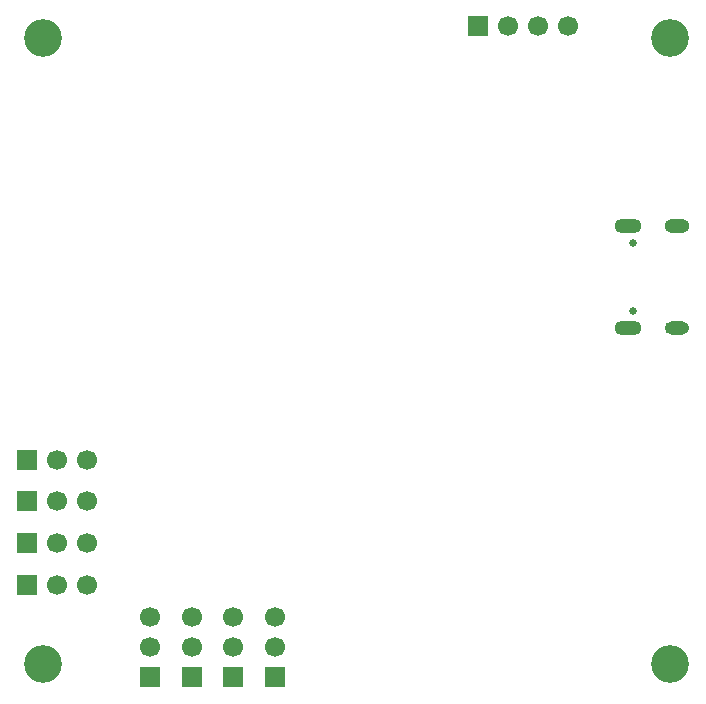
<source format=gbs>
G04 #@! TF.GenerationSoftware,KiCad,Pcbnew,9.0.4*
G04 #@! TF.CreationDate,2025-09-12T00:15:03+05:30*
G04 #@! TF.ProjectId,Udayate,55646179-6174-4652-9e6b-696361645f70,1*
G04 #@! TF.SameCoordinates,Original*
G04 #@! TF.FileFunction,Soldermask,Bot*
G04 #@! TF.FilePolarity,Negative*
%FSLAX46Y46*%
G04 Gerber Fmt 4.6, Leading zero omitted, Abs format (unit mm)*
G04 Created by KiCad (PCBNEW 9.0.4) date 2025-09-12 00:15:03*
%MOMM*%
%LPD*%
G01*
G04 APERTURE LIST*
%ADD10R,1.700000X1.700000*%
%ADD11C,1.700000*%
%ADD12C,3.200000*%
%ADD13C,0.650000*%
%ADD14O,2.304000X1.254000*%
%ADD15O,2.054000X1.154000*%
%ADD16O,2.104000X1.204000*%
G04 APERTURE END LIST*
D10*
X138240000Y-129600000D03*
D11*
X138240000Y-127060000D03*
X138240000Y-124520000D03*
D10*
X120760000Y-121800000D03*
D11*
X123300000Y-121800000D03*
X125840000Y-121800000D03*
D10*
X158920000Y-74500000D03*
D11*
X161460000Y-74500000D03*
X164000000Y-74500000D03*
X166540000Y-74500000D03*
D10*
X134700000Y-129600000D03*
D11*
X134700000Y-127060000D03*
X134700000Y-124520000D03*
D12*
X122100000Y-128500000D03*
X122100000Y-75500000D03*
D10*
X120760000Y-118260000D03*
D11*
X123300000Y-118260000D03*
X125840000Y-118260000D03*
D10*
X131160000Y-129590000D03*
D11*
X131160000Y-127050000D03*
X131160000Y-124510000D03*
D12*
X175200000Y-75500000D03*
X175200000Y-128500000D03*
D10*
X120760000Y-111180000D03*
D11*
X123300000Y-111180000D03*
X125840000Y-111180000D03*
D13*
X172120000Y-98590000D03*
X172120000Y-92810000D03*
D14*
X171620000Y-100020000D03*
X171620000Y-91380000D03*
D15*
X175800000Y-100020000D03*
D16*
X175800000Y-91380000D03*
D10*
X120760000Y-114720000D03*
D11*
X123300000Y-114720000D03*
X125840000Y-114720000D03*
D10*
X141780000Y-129590000D03*
D11*
X141780000Y-127050000D03*
X141780000Y-124510000D03*
M02*

</source>
